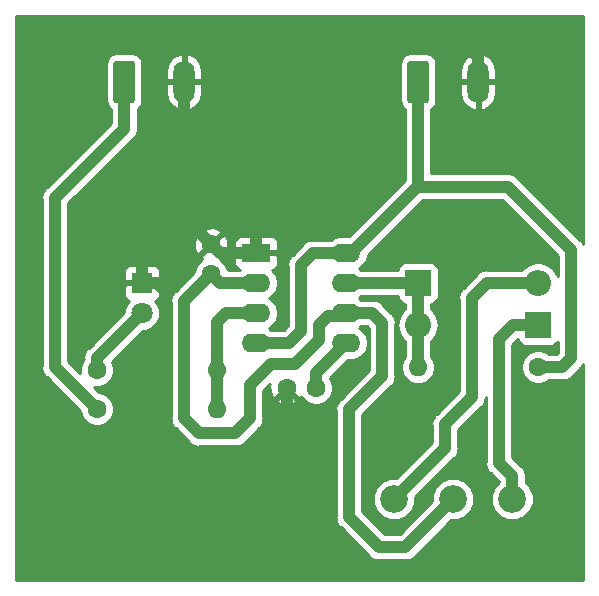
<source format=gbl>
G04 #@! TF.GenerationSoftware,KiCad,Pcbnew,5.0.2-bee76a0~70~ubuntu18.04.1*
G04 #@! TF.CreationDate,2019-02-10T17:06:00-02:00*
G04 #@! TF.ProjectId,555-gerador-PWM-r01,3535352d-6765-4726-9164-6f722d50574d,rev?*
G04 #@! TF.SameCoordinates,Original*
G04 #@! TF.FileFunction,Copper,L2,Bot*
G04 #@! TF.FilePolarity,Positive*
%FSLAX46Y46*%
G04 Gerber Fmt 4.6, Leading zero omitted, Abs format (unit mm)*
G04 Created by KiCad (PCBNEW 5.0.2-bee76a0~70~ubuntu18.04.1) date dom 10 fev 2019 17:06:00 -02*
%MOMM*%
%LPD*%
G01*
G04 APERTURE LIST*
G04 #@! TA.AperFunction,ComponentPad*
%ADD10O,1.800000X3.600000*%
G04 #@! TD*
G04 #@! TA.AperFunction,Conductor*
%ADD11C,0.100000*%
G04 #@! TD*
G04 #@! TA.AperFunction,ComponentPad*
%ADD12C,1.800000*%
G04 #@! TD*
G04 #@! TA.AperFunction,ComponentPad*
%ADD13C,2.340000*%
G04 #@! TD*
G04 #@! TA.AperFunction,ComponentPad*
%ADD14C,1.600000*%
G04 #@! TD*
G04 #@! TA.AperFunction,ComponentPad*
%ADD15O,2.200000X2.200000*%
G04 #@! TD*
G04 #@! TA.AperFunction,ComponentPad*
%ADD16R,2.200000X2.200000*%
G04 #@! TD*
G04 #@! TA.AperFunction,ComponentPad*
%ADD17R,1.800000X1.800000*%
G04 #@! TD*
G04 #@! TA.AperFunction,ComponentPad*
%ADD18R,2.400000X1.600000*%
G04 #@! TD*
G04 #@! TA.AperFunction,ComponentPad*
%ADD19O,2.400000X1.600000*%
G04 #@! TD*
G04 #@! TA.AperFunction,ComponentPad*
%ADD20O,1.600000X1.600000*%
G04 #@! TD*
G04 #@! TA.AperFunction,ViaPad*
%ADD21C,3.500000*%
G04 #@! TD*
G04 #@! TA.AperFunction,Conductor*
%ADD22C,1.000000*%
G04 #@! TD*
G04 #@! TA.AperFunction,Conductor*
%ADD23C,0.254000*%
G04 #@! TD*
G04 APERTURE END LIST*
D10*
G04 #@! TO.P,J2,2*
G04 #@! TO.N,GND*
X155956000Y-90424000D03*
D11*
G04 #@! TD*
G04 #@! TO.N,VDC*
G04 #@! TO.C,J2*
G36*
X151550504Y-88625204D02*
X151574773Y-88628804D01*
X151598571Y-88634765D01*
X151621671Y-88643030D01*
X151643849Y-88653520D01*
X151664893Y-88666133D01*
X151684598Y-88680747D01*
X151702777Y-88697223D01*
X151719253Y-88715402D01*
X151733867Y-88735107D01*
X151746480Y-88756151D01*
X151756970Y-88778329D01*
X151765235Y-88801429D01*
X151771196Y-88825227D01*
X151774796Y-88849496D01*
X151776000Y-88874000D01*
X151776000Y-91974000D01*
X151774796Y-91998504D01*
X151771196Y-92022773D01*
X151765235Y-92046571D01*
X151756970Y-92069671D01*
X151746480Y-92091849D01*
X151733867Y-92112893D01*
X151719253Y-92132598D01*
X151702777Y-92150777D01*
X151684598Y-92167253D01*
X151664893Y-92181867D01*
X151643849Y-92194480D01*
X151621671Y-92204970D01*
X151598571Y-92213235D01*
X151574773Y-92219196D01*
X151550504Y-92222796D01*
X151526000Y-92224000D01*
X150226000Y-92224000D01*
X150201496Y-92222796D01*
X150177227Y-92219196D01*
X150153429Y-92213235D01*
X150130329Y-92204970D01*
X150108151Y-92194480D01*
X150087107Y-92181867D01*
X150067402Y-92167253D01*
X150049223Y-92150777D01*
X150032747Y-92132598D01*
X150018133Y-92112893D01*
X150005520Y-92091849D01*
X149995030Y-92069671D01*
X149986765Y-92046571D01*
X149980804Y-92022773D01*
X149977204Y-91998504D01*
X149976000Y-91974000D01*
X149976000Y-88874000D01*
X149977204Y-88849496D01*
X149980804Y-88825227D01*
X149986765Y-88801429D01*
X149995030Y-88778329D01*
X150005520Y-88756151D01*
X150018133Y-88735107D01*
X150032747Y-88715402D01*
X150049223Y-88697223D01*
X150067402Y-88680747D01*
X150087107Y-88666133D01*
X150108151Y-88653520D01*
X150130329Y-88643030D01*
X150153429Y-88634765D01*
X150177227Y-88628804D01*
X150201496Y-88625204D01*
X150226000Y-88624000D01*
X151526000Y-88624000D01*
X151550504Y-88625204D01*
X151550504Y-88625204D01*
G37*
D12*
G04 #@! TO.P,J2,1*
G04 #@! TO.N,VDC*
X150876000Y-90424000D03*
G04 #@! TD*
D11*
G04 #@! TO.N,Net-(J1-Pad1)*
G04 #@! TO.C,J1*
G36*
X126658504Y-88625204D02*
X126682773Y-88628804D01*
X126706571Y-88634765D01*
X126729671Y-88643030D01*
X126751849Y-88653520D01*
X126772893Y-88666133D01*
X126792598Y-88680747D01*
X126810777Y-88697223D01*
X126827253Y-88715402D01*
X126841867Y-88735107D01*
X126854480Y-88756151D01*
X126864970Y-88778329D01*
X126873235Y-88801429D01*
X126879196Y-88825227D01*
X126882796Y-88849496D01*
X126884000Y-88874000D01*
X126884000Y-91974000D01*
X126882796Y-91998504D01*
X126879196Y-92022773D01*
X126873235Y-92046571D01*
X126864970Y-92069671D01*
X126854480Y-92091849D01*
X126841867Y-92112893D01*
X126827253Y-92132598D01*
X126810777Y-92150777D01*
X126792598Y-92167253D01*
X126772893Y-92181867D01*
X126751849Y-92194480D01*
X126729671Y-92204970D01*
X126706571Y-92213235D01*
X126682773Y-92219196D01*
X126658504Y-92222796D01*
X126634000Y-92224000D01*
X125334000Y-92224000D01*
X125309496Y-92222796D01*
X125285227Y-92219196D01*
X125261429Y-92213235D01*
X125238329Y-92204970D01*
X125216151Y-92194480D01*
X125195107Y-92181867D01*
X125175402Y-92167253D01*
X125157223Y-92150777D01*
X125140747Y-92132598D01*
X125126133Y-92112893D01*
X125113520Y-92091849D01*
X125103030Y-92069671D01*
X125094765Y-92046571D01*
X125088804Y-92022773D01*
X125085204Y-91998504D01*
X125084000Y-91974000D01*
X125084000Y-88874000D01*
X125085204Y-88849496D01*
X125088804Y-88825227D01*
X125094765Y-88801429D01*
X125103030Y-88778329D01*
X125113520Y-88756151D01*
X125126133Y-88735107D01*
X125140747Y-88715402D01*
X125157223Y-88697223D01*
X125175402Y-88680747D01*
X125195107Y-88666133D01*
X125216151Y-88653520D01*
X125238329Y-88643030D01*
X125261429Y-88634765D01*
X125285227Y-88628804D01*
X125309496Y-88625204D01*
X125334000Y-88624000D01*
X126634000Y-88624000D01*
X126658504Y-88625204D01*
X126658504Y-88625204D01*
G37*
D12*
G04 #@! TD*
G04 #@! TO.P,J1,1*
G04 #@! TO.N,Net-(J1-Pad1)*
X125984000Y-90424000D03*
D10*
G04 #@! TO.P,J1,2*
G04 #@! TO.N,GND*
X131064000Y-90424000D03*
G04 #@! TD*
D13*
G04 #@! TO.P,RV1,1*
G04 #@! TO.N,Net-(D2-Pad2)*
X148844000Y-125730000D03*
G04 #@! TO.P,RV1,2*
G04 #@! TO.N,Net-(C1-Pad1)*
X153844000Y-125730000D03*
G04 #@! TO.P,RV1,3*
G04 #@! TO.N,Net-(D1-Pad1)*
X158844000Y-125730000D03*
G04 #@! TD*
D14*
G04 #@! TO.P,C2,2*
G04 #@! TO.N,GND*
X139740000Y-116332000D03*
G04 #@! TO.P,C2,1*
G04 #@! TO.N,Net-(C2-Pad1)*
X142240000Y-116332000D03*
G04 #@! TD*
G04 #@! TO.P,C1,1*
G04 #@! TO.N,Net-(C1-Pad1)*
X133350000Y-106680000D03*
G04 #@! TO.P,C1,2*
G04 #@! TO.N,GND*
X133350000Y-104180000D03*
G04 #@! TD*
D15*
G04 #@! TO.P,D2,2*
G04 #@! TO.N,Net-(D2-Pad2)*
X161036000Y-107442000D03*
D16*
G04 #@! TO.P,D2,1*
G04 #@! TO.N,Net-(D1-Pad2)*
X150876000Y-107442000D03*
G04 #@! TD*
G04 #@! TO.P,D1,1*
G04 #@! TO.N,Net-(D1-Pad1)*
X161036000Y-110998000D03*
D15*
G04 #@! TO.P,D1,2*
G04 #@! TO.N,Net-(D1-Pad2)*
X150876000Y-110998000D03*
G04 #@! TD*
D17*
G04 #@! TO.P,D3,1*
G04 #@! TO.N,GND*
X127508000Y-107442000D03*
D12*
G04 #@! TO.P,D3,2*
G04 #@! TO.N,Net-(D3-Pad2)*
X127508000Y-109982000D03*
G04 #@! TD*
D18*
G04 #@! TO.P,U1,1*
G04 #@! TO.N,GND*
X137160000Y-104902000D03*
D19*
G04 #@! TO.P,U1,5*
G04 #@! TO.N,Net-(C2-Pad1)*
X144780000Y-112522000D03*
G04 #@! TO.P,U1,2*
G04 #@! TO.N,Net-(C1-Pad1)*
X137160000Y-107442000D03*
G04 #@! TO.P,U1,6*
X144780000Y-109982000D03*
G04 #@! TO.P,U1,3*
G04 #@! TO.N,Net-(R2-Pad2)*
X137160000Y-109982000D03*
G04 #@! TO.P,U1,7*
G04 #@! TO.N,Net-(D1-Pad2)*
X144780000Y-107442000D03*
G04 #@! TO.P,U1,4*
G04 #@! TO.N,VDC*
X137160000Y-112522000D03*
G04 #@! TO.P,U1,8*
X144780000Y-104902000D03*
G04 #@! TD*
D14*
G04 #@! TO.P,R3,1*
G04 #@! TO.N,Net-(J1-Pad1)*
X123698000Y-118110000D03*
D20*
G04 #@! TO.P,R3,2*
G04 #@! TO.N,Net-(R2-Pad2)*
X133858000Y-118110000D03*
G04 #@! TD*
G04 #@! TO.P,R2,2*
G04 #@! TO.N,Net-(R2-Pad2)*
X133858000Y-114808000D03*
D14*
G04 #@! TO.P,R2,1*
G04 #@! TO.N,Net-(D3-Pad2)*
X123698000Y-114808000D03*
G04 #@! TD*
G04 #@! TO.P,R1,1*
G04 #@! TO.N,VDC*
X161036000Y-114554000D03*
D20*
G04 #@! TO.P,R1,2*
G04 #@! TO.N,Net-(D1-Pad2)*
X150876000Y-114554000D03*
G04 #@! TD*
D21*
G04 #@! TO.N,GND*
X118872000Y-130556000D03*
X162814000Y-130556000D03*
X162814000Y-86868000D03*
X118872000Y-86868000D03*
G04 #@! TD*
D22*
G04 #@! TO.N,VDC*
X161036000Y-114554000D02*
X163068000Y-114554000D01*
X163068000Y-114554000D02*
X163830000Y-113792000D01*
X163830000Y-104648000D02*
X163830000Y-113792000D01*
X158456000Y-99274000D02*
X163830000Y-104648000D01*
X137160000Y-112522000D02*
X137560000Y-112522000D01*
X137560000Y-112522000D02*
X139954000Y-112522000D01*
X139954000Y-112522000D02*
X140970000Y-111506000D01*
X140970000Y-111506000D02*
X140970000Y-108312000D01*
X140970000Y-105918000D02*
X140970000Y-108312000D01*
X144780000Y-104902000D02*
X141986000Y-104902000D01*
X141986000Y-104902000D02*
X140970000Y-105918000D01*
X145180000Y-104902000D02*
X144780000Y-104902000D01*
X150876000Y-99206000D02*
X145180000Y-104902000D01*
X150876000Y-90424000D02*
X150876000Y-99206000D01*
X150944000Y-99274000D02*
X150876000Y-99206000D01*
X158456000Y-99274000D02*
X150944000Y-99274000D01*
G04 #@! TO.N,Net-(D1-Pad2)*
X150876000Y-107442000D02*
X144780000Y-107442000D01*
X150876000Y-114554000D02*
X150876000Y-107442000D01*
G04 #@! TO.N,Net-(R2-Pad2)*
X133858000Y-118110000D02*
X133858000Y-114808000D01*
X137160000Y-109982000D02*
X134620000Y-109982000D01*
X133858000Y-110744000D02*
X133858000Y-114808000D01*
X134620000Y-109982000D02*
X133858000Y-110744000D01*
G04 #@! TO.N,Net-(D3-Pad2)*
X123698000Y-113792000D02*
X127508000Y-109982000D01*
X123698000Y-114808000D02*
X123698000Y-113792000D01*
G04 #@! TO.N,Net-(J1-Pad1)*
X125985001Y-94370001D02*
X120142000Y-100213002D01*
X125985001Y-91870001D02*
X125985001Y-94370001D01*
X120142000Y-100213002D02*
X120142000Y-114554000D01*
X120142000Y-114554000D02*
X123698000Y-118110000D01*
G04 #@! TO.N,Net-(D1-Pad1)*
X158936000Y-110998000D02*
X157734000Y-112200000D01*
X161036000Y-110998000D02*
X158936000Y-110998000D01*
X157734000Y-112200000D02*
X157734000Y-122682000D01*
X158844000Y-123792000D02*
X158844000Y-125730000D01*
X157734000Y-122682000D02*
X158844000Y-123792000D01*
G04 #@! TO.N,Net-(C1-Pad1)*
X134112000Y-107442000D02*
X133350000Y-106680000D01*
X137160000Y-107442000D02*
X134112000Y-107442000D01*
X149780000Y-129794000D02*
X147574000Y-129794000D01*
X153844000Y-125730000D02*
X149780000Y-129794000D01*
X147574000Y-129794000D02*
X145034000Y-127254000D01*
X145034000Y-127254000D02*
X145034000Y-118110000D01*
X146980000Y-109982000D02*
X147828000Y-110830000D01*
X144780000Y-109982000D02*
X146980000Y-109982000D01*
X147828000Y-115316000D02*
X145034000Y-118110000D01*
X147828000Y-110830000D02*
X147828000Y-115316000D01*
X131064000Y-118872000D02*
X131064000Y-108966000D01*
X136652000Y-118872000D02*
X135382000Y-120142000D01*
X136652000Y-116078000D02*
X136652000Y-118872000D01*
X135382000Y-120142000D02*
X132334000Y-120142000D01*
X138430000Y-114300000D02*
X136652000Y-116078000D01*
X140462000Y-114300000D02*
X138430000Y-114300000D01*
X144780000Y-109982000D02*
X144191070Y-109982000D01*
X131064000Y-108966000D02*
X133350000Y-106680000D01*
X143937070Y-110236000D02*
X143256000Y-110236000D01*
X132334000Y-120142000D02*
X131064000Y-118872000D01*
X143256000Y-110236000D02*
X142494000Y-110998000D01*
X142494000Y-110998000D02*
X142494000Y-112268000D01*
X144191070Y-109982000D02*
X143937070Y-110236000D01*
X142494000Y-112268000D02*
X140462000Y-114300000D01*
G04 #@! TO.N,Net-(D2-Pad2)*
X155448000Y-117094000D02*
X153162000Y-119380000D01*
X153162000Y-121412000D02*
X148844000Y-125730000D01*
X153162000Y-119380000D02*
X153162000Y-121412000D01*
X161036000Y-107442000D02*
X156718000Y-107442000D01*
X155448000Y-108712000D02*
X155448000Y-117094000D01*
X156718000Y-107442000D02*
X155448000Y-108712000D01*
G04 #@! TO.N,GND*
X131065001Y-101895001D02*
X133350000Y-104180000D01*
X131065001Y-91870001D02*
X131065001Y-101895001D01*
X127508000Y-105542000D02*
X131065001Y-101984999D01*
X131065001Y-101984999D02*
X131065001Y-101895001D01*
X127508000Y-107442000D02*
X127508000Y-105542000D01*
X134072000Y-104902000D02*
X133350000Y-104180000D01*
X137160000Y-104902000D02*
X134072000Y-104902000D01*
X128778000Y-107442000D02*
X129540000Y-108204000D01*
X127508000Y-107442000D02*
X128778000Y-107442000D01*
X129540000Y-108204000D02*
X129540000Y-120904000D01*
X129540000Y-120904000D02*
X130810000Y-122174000D01*
X139740000Y-120356000D02*
X139740000Y-116332000D01*
X130810000Y-122174000D02*
X137922000Y-122174000D01*
X137922000Y-122174000D02*
X139740000Y-120356000D01*
X140208000Y-87122000D02*
X137160000Y-90170000D01*
X154775320Y-87122000D02*
X140208000Y-87122000D01*
X137160000Y-90170000D02*
X137160000Y-104902000D01*
X155956000Y-90424000D02*
X155956000Y-88302680D01*
X155956000Y-88302680D02*
X154775320Y-87122000D01*
G04 #@! TO.N,Net-(C2-Pad1)*
X142240000Y-115062000D02*
X144780000Y-112522000D01*
X142240000Y-116332000D02*
X142240000Y-115062000D01*
G04 #@! TD*
D23*
G04 #@! TO.N,GND*
G36*
X164873000Y-104166016D02*
X164818006Y-104083711D01*
X164648289Y-103829711D01*
X164553522Y-103766390D01*
X159337613Y-98550482D01*
X159274289Y-98455711D01*
X158898855Y-98204854D01*
X158567783Y-98139000D01*
X158456000Y-98116765D01*
X158344217Y-98139000D01*
X152011000Y-98139000D01*
X152011000Y-92708536D01*
X152160586Y-92608586D01*
X152355126Y-92317435D01*
X152423440Y-91974000D01*
X152423440Y-90551000D01*
X154421000Y-90551000D01*
X154421000Y-91451000D01*
X154586446Y-92028752D01*
X154960394Y-92499212D01*
X155485914Y-92790756D01*
X155591260Y-92815036D01*
X155829000Y-92694378D01*
X155829000Y-90551000D01*
X156083000Y-90551000D01*
X156083000Y-92694378D01*
X156320740Y-92815036D01*
X156426086Y-92790756D01*
X156951606Y-92499212D01*
X157325554Y-92028752D01*
X157491000Y-91451000D01*
X157491000Y-90551000D01*
X156083000Y-90551000D01*
X155829000Y-90551000D01*
X154421000Y-90551000D01*
X152423440Y-90551000D01*
X152423440Y-89397000D01*
X154421000Y-89397000D01*
X154421000Y-90297000D01*
X155829000Y-90297000D01*
X155829000Y-88153622D01*
X156083000Y-88153622D01*
X156083000Y-90297000D01*
X157491000Y-90297000D01*
X157491000Y-89397000D01*
X157325554Y-88819248D01*
X156951606Y-88348788D01*
X156426086Y-88057244D01*
X156320740Y-88032964D01*
X156083000Y-88153622D01*
X155829000Y-88153622D01*
X155591260Y-88032964D01*
X155485914Y-88057244D01*
X154960394Y-88348788D01*
X154586446Y-88819248D01*
X154421000Y-89397000D01*
X152423440Y-89397000D01*
X152423440Y-88874000D01*
X152355126Y-88530565D01*
X152160586Y-88239414D01*
X151869435Y-88044874D01*
X151526000Y-87976560D01*
X150226000Y-87976560D01*
X149882565Y-88044874D01*
X149591414Y-88239414D01*
X149396874Y-88530565D01*
X149328560Y-88874000D01*
X149328560Y-91974000D01*
X149396874Y-92317435D01*
X149591414Y-92608586D01*
X149741000Y-92708536D01*
X149741001Y-98735867D01*
X145009869Y-103467000D01*
X144238667Y-103467000D01*
X143820091Y-103550260D01*
X143495717Y-103767000D01*
X142097783Y-103767000D01*
X141986000Y-103744765D01*
X141874217Y-103767000D01*
X141543145Y-103832854D01*
X141167711Y-104083711D01*
X141104389Y-104178479D01*
X140246481Y-105036387D01*
X140151711Y-105099711D01*
X139928438Y-105433864D01*
X139900854Y-105475146D01*
X139812765Y-105918000D01*
X139835000Y-106029783D01*
X139835001Y-108200217D01*
X139835000Y-111035868D01*
X139483869Y-111387000D01*
X138444283Y-111387000D01*
X138242242Y-111252000D01*
X138594577Y-111016577D01*
X138911740Y-110541909D01*
X139023113Y-109982000D01*
X138911740Y-109422091D01*
X138594577Y-108947423D01*
X138242242Y-108712000D01*
X138594577Y-108476577D01*
X138911740Y-108001909D01*
X139023113Y-107442000D01*
X138911740Y-106882091D01*
X138594577Y-106407423D01*
X138488082Y-106336265D01*
X138719698Y-106240327D01*
X138898327Y-106061699D01*
X138995000Y-105828310D01*
X138995000Y-105187750D01*
X138836250Y-105029000D01*
X137287000Y-105029000D01*
X137287000Y-105049000D01*
X137033000Y-105049000D01*
X137033000Y-105029000D01*
X135483750Y-105029000D01*
X135325000Y-105187750D01*
X135325000Y-105828310D01*
X135421673Y-106061699D01*
X135600302Y-106240327D01*
X135761265Y-106307000D01*
X134748731Y-106307000D01*
X134566534Y-105867138D01*
X134162862Y-105463466D01*
X134097701Y-105436475D01*
X134104005Y-105433864D01*
X134178139Y-105187745D01*
X133350000Y-104359605D01*
X132521861Y-105187745D01*
X132595995Y-105433864D01*
X132602746Y-105436290D01*
X132537138Y-105463466D01*
X132133466Y-105867138D01*
X131915000Y-106394561D01*
X131915000Y-106509868D01*
X130340480Y-108084389D01*
X130245712Y-108147711D01*
X130061247Y-108423783D01*
X129994854Y-108523146D01*
X129906765Y-108966000D01*
X129929001Y-109077788D01*
X129929000Y-118760217D01*
X129906765Y-118872000D01*
X129933618Y-119007000D01*
X129994854Y-119314854D01*
X130245711Y-119690289D01*
X130340482Y-119753613D01*
X131452389Y-120865521D01*
X131515711Y-120960289D01*
X131891145Y-121211146D01*
X132333999Y-121299235D01*
X132445782Y-121277000D01*
X135270217Y-121277000D01*
X135382000Y-121299235D01*
X135493783Y-121277000D01*
X135824855Y-121211146D01*
X136200289Y-120960289D01*
X136263613Y-120865518D01*
X137375521Y-119753611D01*
X137470289Y-119690289D01*
X137721146Y-119314855D01*
X137787000Y-118983783D01*
X137787000Y-118983782D01*
X137809235Y-118872001D01*
X137787000Y-118760218D01*
X137787000Y-117339745D01*
X138911861Y-117339745D01*
X138985995Y-117585864D01*
X139523223Y-117778965D01*
X140093454Y-117751778D01*
X140494005Y-117585864D01*
X140568139Y-117339745D01*
X139740000Y-116511605D01*
X138911861Y-117339745D01*
X137787000Y-117339745D01*
X137787000Y-116548131D01*
X138334069Y-116001063D01*
X138293035Y-116115223D01*
X138320222Y-116685454D01*
X138486136Y-117086005D01*
X138732255Y-117160139D01*
X139560395Y-116332000D01*
X139546252Y-116317858D01*
X139725858Y-116138252D01*
X139740000Y-116152395D01*
X139754142Y-116138252D01*
X139933748Y-116317858D01*
X139919605Y-116332000D01*
X140747745Y-117160139D01*
X140993864Y-117086005D01*
X140996290Y-117079254D01*
X141023466Y-117144862D01*
X141427138Y-117548534D01*
X141954561Y-117767000D01*
X142525439Y-117767000D01*
X143052862Y-117548534D01*
X143456534Y-117144862D01*
X143675000Y-116617439D01*
X143675000Y-116046561D01*
X143456534Y-115519138D01*
X143422264Y-115484868D01*
X144950132Y-113957000D01*
X145321333Y-113957000D01*
X145739909Y-113873740D01*
X146214577Y-113556577D01*
X146531740Y-113081909D01*
X146643113Y-112522000D01*
X146531740Y-111962091D01*
X146214577Y-111487423D01*
X145862242Y-111252000D01*
X146064283Y-111117000D01*
X146509869Y-111117000D01*
X146693000Y-111300132D01*
X146693001Y-114845867D01*
X144310480Y-117228389D01*
X144215712Y-117291711D01*
X144142590Y-117401146D01*
X143964854Y-117667146D01*
X143876765Y-118110000D01*
X143899001Y-118221788D01*
X143899000Y-127142217D01*
X143876765Y-127254000D01*
X143899000Y-127365782D01*
X143964854Y-127696854D01*
X144215711Y-128072289D01*
X144310482Y-128135613D01*
X146692389Y-130517521D01*
X146755711Y-130612289D01*
X147131145Y-130863146D01*
X147462217Y-130929000D01*
X147573999Y-130951235D01*
X147685781Y-130929000D01*
X149668217Y-130929000D01*
X149780000Y-130951235D01*
X149891783Y-130929000D01*
X150222855Y-130863146D01*
X150598289Y-130612289D01*
X150661613Y-130517518D01*
X153644132Y-127535000D01*
X154203037Y-127535000D01*
X154866450Y-127260205D01*
X155374205Y-126752450D01*
X155649000Y-126089037D01*
X155649000Y-125370963D01*
X155374205Y-124707550D01*
X154866450Y-124199795D01*
X154203037Y-123925000D01*
X153484963Y-123925000D01*
X152821550Y-124199795D01*
X152313795Y-124707550D01*
X152039000Y-125370963D01*
X152039000Y-125929868D01*
X149309869Y-128659000D01*
X148044132Y-128659000D01*
X146169000Y-126783869D01*
X146169000Y-118580131D01*
X148551521Y-116197611D01*
X148646289Y-116134289D01*
X148897146Y-115758855D01*
X148961444Y-115435608D01*
X148985235Y-115316000D01*
X148963000Y-115204217D01*
X148963000Y-110941782D01*
X148985235Y-110829999D01*
X148897146Y-110387145D01*
X148839683Y-110301146D01*
X148646289Y-110011711D01*
X148551521Y-109948389D01*
X147861613Y-109258481D01*
X147798289Y-109163711D01*
X147422855Y-108912854D01*
X147091783Y-108847000D01*
X146980000Y-108824765D01*
X146868217Y-108847000D01*
X146064283Y-108847000D01*
X145862242Y-108712000D01*
X146064283Y-108577000D01*
X149135522Y-108577000D01*
X149177843Y-108789765D01*
X149318191Y-108999809D01*
X149528235Y-109140157D01*
X149741001Y-109182478D01*
X149741001Y-109669716D01*
X149625135Y-109747135D01*
X149241666Y-110321037D01*
X149107010Y-110998000D01*
X149241666Y-111674963D01*
X149625135Y-112248865D01*
X149741000Y-112326284D01*
X149741000Y-113669716D01*
X149524260Y-113994091D01*
X149412887Y-114554000D01*
X149524260Y-115113909D01*
X149841423Y-115588577D01*
X150316091Y-115905740D01*
X150734667Y-115989000D01*
X151017333Y-115989000D01*
X151435909Y-115905740D01*
X151910577Y-115588577D01*
X152227740Y-115113909D01*
X152339113Y-114554000D01*
X152227740Y-113994091D01*
X152011000Y-113669717D01*
X152011000Y-112326284D01*
X152126865Y-112248865D01*
X152510334Y-111674963D01*
X152644990Y-110998000D01*
X152510334Y-110321037D01*
X152126865Y-109747135D01*
X152011000Y-109669716D01*
X152011000Y-109182478D01*
X152223765Y-109140157D01*
X152433809Y-108999809D01*
X152574157Y-108789765D01*
X152623440Y-108542000D01*
X152623440Y-106342000D01*
X152574157Y-106094235D01*
X152433809Y-105884191D01*
X152223765Y-105743843D01*
X151976000Y-105694560D01*
X149776000Y-105694560D01*
X149528235Y-105743843D01*
X149318191Y-105884191D01*
X149177843Y-106094235D01*
X149135522Y-106307000D01*
X146064283Y-106307000D01*
X145862242Y-106172000D01*
X146214577Y-105936577D01*
X146531740Y-105461909D01*
X146607849Y-105079282D01*
X151278132Y-100409000D01*
X157985869Y-100409000D01*
X162695000Y-105118132D01*
X162695000Y-106889043D01*
X162670334Y-106765037D01*
X162286865Y-106191135D01*
X161712963Y-105807666D01*
X161206880Y-105707000D01*
X160865120Y-105707000D01*
X160359037Y-105807666D01*
X159785135Y-106191135D01*
X159707716Y-106307000D01*
X156829782Y-106307000D01*
X156717999Y-106284765D01*
X156455396Y-106337000D01*
X156275145Y-106372854D01*
X155899711Y-106623711D01*
X155836389Y-106718479D01*
X154724482Y-107830387D01*
X154629711Y-107893711D01*
X154448092Y-108165524D01*
X154378854Y-108269146D01*
X154290765Y-108712000D01*
X154313000Y-108823783D01*
X154313001Y-116623867D01*
X152438482Y-118498387D01*
X152343711Y-118561711D01*
X152102398Y-118922862D01*
X152092854Y-118937146D01*
X152004765Y-119380000D01*
X152027000Y-119491784D01*
X152027001Y-120941867D01*
X149043869Y-123925000D01*
X148484963Y-123925000D01*
X147821550Y-124199795D01*
X147313795Y-124707550D01*
X147039000Y-125370963D01*
X147039000Y-126089037D01*
X147313795Y-126752450D01*
X147821550Y-127260205D01*
X148484963Y-127535000D01*
X149203037Y-127535000D01*
X149866450Y-127260205D01*
X150374205Y-126752450D01*
X150649000Y-126089037D01*
X150649000Y-125530131D01*
X153885521Y-122293611D01*
X153980289Y-122230289D01*
X154231146Y-121854855D01*
X154297000Y-121523783D01*
X154319235Y-121412001D01*
X154297000Y-121300218D01*
X154297000Y-119850131D01*
X156171521Y-117975611D01*
X156266289Y-117912289D01*
X156517146Y-117536855D01*
X156547058Y-117386476D01*
X156599000Y-117125344D01*
X156599001Y-122570212D01*
X156576765Y-122682000D01*
X156664854Y-123124854D01*
X156664855Y-123124855D01*
X156915712Y-123500289D01*
X157010479Y-123563611D01*
X157709000Y-124262132D01*
X157709000Y-124312345D01*
X157313795Y-124707550D01*
X157039000Y-125370963D01*
X157039000Y-126089037D01*
X157313795Y-126752450D01*
X157821550Y-127260205D01*
X158484963Y-127535000D01*
X159203037Y-127535000D01*
X159866450Y-127260205D01*
X160374205Y-126752450D01*
X160649000Y-126089037D01*
X160649000Y-125370963D01*
X160374205Y-124707550D01*
X159979000Y-124312345D01*
X159979000Y-123903782D01*
X160001235Y-123791999D01*
X159913146Y-123349145D01*
X159662289Y-122973711D01*
X159567521Y-122910389D01*
X158869000Y-122211869D01*
X158869000Y-112670131D01*
X159313873Y-112225259D01*
X159337843Y-112345765D01*
X159478191Y-112555809D01*
X159688235Y-112696157D01*
X159936000Y-112745440D01*
X162136000Y-112745440D01*
X162383765Y-112696157D01*
X162593809Y-112555809D01*
X162695001Y-112404366D01*
X162695001Y-113321868D01*
X162597869Y-113419000D01*
X161930396Y-113419000D01*
X161848862Y-113337466D01*
X161321439Y-113119000D01*
X160750561Y-113119000D01*
X160223138Y-113337466D01*
X159819466Y-113741138D01*
X159601000Y-114268561D01*
X159601000Y-114839439D01*
X159819466Y-115366862D01*
X160223138Y-115770534D01*
X160750561Y-115989000D01*
X161321439Y-115989000D01*
X161848862Y-115770534D01*
X161930396Y-115689000D01*
X162956217Y-115689000D01*
X163068000Y-115711235D01*
X163179783Y-115689000D01*
X163510855Y-115623146D01*
X163886289Y-115372289D01*
X163949613Y-115277519D01*
X164553521Y-114673611D01*
X164648289Y-114610289D01*
X164873001Y-114273984D01*
X164873001Y-132615000D01*
X116813000Y-132615000D01*
X116813000Y-100213002D01*
X118984765Y-100213002D01*
X119007000Y-100324785D01*
X119007001Y-114442212D01*
X118984765Y-114554000D01*
X119072854Y-114996854D01*
X119127165Y-115078136D01*
X119323712Y-115372289D01*
X119418480Y-115435611D01*
X122263000Y-118280132D01*
X122263000Y-118395439D01*
X122481466Y-118922862D01*
X122885138Y-119326534D01*
X123412561Y-119545000D01*
X123983439Y-119545000D01*
X124510862Y-119326534D01*
X124914534Y-118922862D01*
X125133000Y-118395439D01*
X125133000Y-117824561D01*
X124914534Y-117297138D01*
X124510862Y-116893466D01*
X123983439Y-116675000D01*
X123868132Y-116675000D01*
X123436132Y-116243000D01*
X123983439Y-116243000D01*
X124510862Y-116024534D01*
X124914534Y-115620862D01*
X125133000Y-115093439D01*
X125133000Y-114522561D01*
X124968854Y-114126277D01*
X127578132Y-111517000D01*
X127813330Y-111517000D01*
X128377507Y-111283310D01*
X128809310Y-110851507D01*
X129043000Y-110287330D01*
X129043000Y-109676670D01*
X128809310Y-109112493D01*
X128632956Y-108936139D01*
X128767699Y-108880327D01*
X128946327Y-108701698D01*
X129043000Y-108468309D01*
X129043000Y-107727750D01*
X128884250Y-107569000D01*
X127635000Y-107569000D01*
X127635000Y-107589000D01*
X127381000Y-107589000D01*
X127381000Y-107569000D01*
X126131750Y-107569000D01*
X125973000Y-107727750D01*
X125973000Y-108468309D01*
X126069673Y-108701698D01*
X126248301Y-108880327D01*
X126383044Y-108936139D01*
X126206690Y-109112493D01*
X125973000Y-109676670D01*
X125973000Y-109911868D01*
X122974480Y-112910389D01*
X122879712Y-112973711D01*
X122628854Y-113349145D01*
X122628854Y-113349146D01*
X122540765Y-113792000D01*
X122563000Y-113903783D01*
X122563000Y-113913604D01*
X122481466Y-113995138D01*
X122263000Y-114522561D01*
X122263000Y-115069869D01*
X121277000Y-114083869D01*
X121277000Y-106415691D01*
X125973000Y-106415691D01*
X125973000Y-107156250D01*
X126131750Y-107315000D01*
X127381000Y-107315000D01*
X127381000Y-106065750D01*
X127635000Y-106065750D01*
X127635000Y-107315000D01*
X128884250Y-107315000D01*
X129043000Y-107156250D01*
X129043000Y-106415691D01*
X128946327Y-106182302D01*
X128767699Y-106003673D01*
X128534310Y-105907000D01*
X127793750Y-105907000D01*
X127635000Y-106065750D01*
X127381000Y-106065750D01*
X127222250Y-105907000D01*
X126481690Y-105907000D01*
X126248301Y-106003673D01*
X126069673Y-106182302D01*
X125973000Y-106415691D01*
X121277000Y-106415691D01*
X121277000Y-103963223D01*
X131903035Y-103963223D01*
X131930222Y-104533454D01*
X132096136Y-104934005D01*
X132342255Y-105008139D01*
X133170395Y-104180000D01*
X133529605Y-104180000D01*
X134357745Y-105008139D01*
X134603864Y-104934005D01*
X134796965Y-104396777D01*
X134776889Y-103975690D01*
X135325000Y-103975690D01*
X135325000Y-104616250D01*
X135483750Y-104775000D01*
X137033000Y-104775000D01*
X137033000Y-103625750D01*
X137287000Y-103625750D01*
X137287000Y-104775000D01*
X138836250Y-104775000D01*
X138995000Y-104616250D01*
X138995000Y-103975690D01*
X138898327Y-103742301D01*
X138719698Y-103563673D01*
X138486309Y-103467000D01*
X137445750Y-103467000D01*
X137287000Y-103625750D01*
X137033000Y-103625750D01*
X136874250Y-103467000D01*
X135833691Y-103467000D01*
X135600302Y-103563673D01*
X135421673Y-103742301D01*
X135325000Y-103975690D01*
X134776889Y-103975690D01*
X134769778Y-103826546D01*
X134603864Y-103425995D01*
X134357745Y-103351861D01*
X133529605Y-104180000D01*
X133170395Y-104180000D01*
X132342255Y-103351861D01*
X132096136Y-103425995D01*
X131903035Y-103963223D01*
X121277000Y-103963223D01*
X121277000Y-103172255D01*
X132521861Y-103172255D01*
X133350000Y-104000395D01*
X134178139Y-103172255D01*
X134104005Y-102926136D01*
X133566777Y-102733035D01*
X132996546Y-102760222D01*
X132595995Y-102926136D01*
X132521861Y-103172255D01*
X121277000Y-103172255D01*
X121277000Y-100683133D01*
X126708522Y-95251612D01*
X126803290Y-95188290D01*
X127054147Y-94812856D01*
X127120001Y-94481784D01*
X127142236Y-94370002D01*
X127120001Y-94258220D01*
X127120001Y-92707867D01*
X127268586Y-92608586D01*
X127463126Y-92317435D01*
X127531440Y-91974000D01*
X127531440Y-90551000D01*
X129529000Y-90551000D01*
X129529000Y-91451000D01*
X129694446Y-92028752D01*
X130068394Y-92499212D01*
X130593914Y-92790756D01*
X130699260Y-92815036D01*
X130937000Y-92694378D01*
X130937000Y-90551000D01*
X131191000Y-90551000D01*
X131191000Y-92694378D01*
X131428740Y-92815036D01*
X131534086Y-92790756D01*
X132059606Y-92499212D01*
X132433554Y-92028752D01*
X132599000Y-91451000D01*
X132599000Y-90551000D01*
X131191000Y-90551000D01*
X130937000Y-90551000D01*
X129529000Y-90551000D01*
X127531440Y-90551000D01*
X127531440Y-89397000D01*
X129529000Y-89397000D01*
X129529000Y-90297000D01*
X130937000Y-90297000D01*
X130937000Y-88153622D01*
X131191000Y-88153622D01*
X131191000Y-90297000D01*
X132599000Y-90297000D01*
X132599000Y-89397000D01*
X132433554Y-88819248D01*
X132059606Y-88348788D01*
X131534086Y-88057244D01*
X131428740Y-88032964D01*
X131191000Y-88153622D01*
X130937000Y-88153622D01*
X130699260Y-88032964D01*
X130593914Y-88057244D01*
X130068394Y-88348788D01*
X129694446Y-88819248D01*
X129529000Y-89397000D01*
X127531440Y-89397000D01*
X127531440Y-88874000D01*
X127463126Y-88530565D01*
X127268586Y-88239414D01*
X126977435Y-88044874D01*
X126634000Y-87976560D01*
X125334000Y-87976560D01*
X124990565Y-88044874D01*
X124699414Y-88239414D01*
X124504874Y-88530565D01*
X124436560Y-88874000D01*
X124436560Y-91974000D01*
X124504874Y-92317435D01*
X124699414Y-92608586D01*
X124850001Y-92709205D01*
X124850002Y-93899868D01*
X119418482Y-99331389D01*
X119323711Y-99394713D01*
X119108464Y-99716854D01*
X119072854Y-99770148D01*
X118984765Y-100213002D01*
X116813000Y-100213002D01*
X116813000Y-84809000D01*
X164873000Y-84809000D01*
X164873000Y-104166016D01*
X164873000Y-104166016D01*
G37*
X164873000Y-104166016D02*
X164818006Y-104083711D01*
X164648289Y-103829711D01*
X164553522Y-103766390D01*
X159337613Y-98550482D01*
X159274289Y-98455711D01*
X158898855Y-98204854D01*
X158567783Y-98139000D01*
X158456000Y-98116765D01*
X158344217Y-98139000D01*
X152011000Y-98139000D01*
X152011000Y-92708536D01*
X152160586Y-92608586D01*
X152355126Y-92317435D01*
X152423440Y-91974000D01*
X152423440Y-90551000D01*
X154421000Y-90551000D01*
X154421000Y-91451000D01*
X154586446Y-92028752D01*
X154960394Y-92499212D01*
X155485914Y-92790756D01*
X155591260Y-92815036D01*
X155829000Y-92694378D01*
X155829000Y-90551000D01*
X156083000Y-90551000D01*
X156083000Y-92694378D01*
X156320740Y-92815036D01*
X156426086Y-92790756D01*
X156951606Y-92499212D01*
X157325554Y-92028752D01*
X157491000Y-91451000D01*
X157491000Y-90551000D01*
X156083000Y-90551000D01*
X155829000Y-90551000D01*
X154421000Y-90551000D01*
X152423440Y-90551000D01*
X152423440Y-89397000D01*
X154421000Y-89397000D01*
X154421000Y-90297000D01*
X155829000Y-90297000D01*
X155829000Y-88153622D01*
X156083000Y-88153622D01*
X156083000Y-90297000D01*
X157491000Y-90297000D01*
X157491000Y-89397000D01*
X157325554Y-88819248D01*
X156951606Y-88348788D01*
X156426086Y-88057244D01*
X156320740Y-88032964D01*
X156083000Y-88153622D01*
X155829000Y-88153622D01*
X155591260Y-88032964D01*
X155485914Y-88057244D01*
X154960394Y-88348788D01*
X154586446Y-88819248D01*
X154421000Y-89397000D01*
X152423440Y-89397000D01*
X152423440Y-88874000D01*
X152355126Y-88530565D01*
X152160586Y-88239414D01*
X151869435Y-88044874D01*
X151526000Y-87976560D01*
X150226000Y-87976560D01*
X149882565Y-88044874D01*
X149591414Y-88239414D01*
X149396874Y-88530565D01*
X149328560Y-88874000D01*
X149328560Y-91974000D01*
X149396874Y-92317435D01*
X149591414Y-92608586D01*
X149741000Y-92708536D01*
X149741001Y-98735867D01*
X145009869Y-103467000D01*
X144238667Y-103467000D01*
X143820091Y-103550260D01*
X143495717Y-103767000D01*
X142097783Y-103767000D01*
X141986000Y-103744765D01*
X141874217Y-103767000D01*
X141543145Y-103832854D01*
X141167711Y-104083711D01*
X141104389Y-104178479D01*
X140246481Y-105036387D01*
X140151711Y-105099711D01*
X139928438Y-105433864D01*
X139900854Y-105475146D01*
X139812765Y-105918000D01*
X139835000Y-106029783D01*
X139835001Y-108200217D01*
X139835000Y-111035868D01*
X139483869Y-111387000D01*
X138444283Y-111387000D01*
X138242242Y-111252000D01*
X138594577Y-111016577D01*
X138911740Y-110541909D01*
X139023113Y-109982000D01*
X138911740Y-109422091D01*
X138594577Y-108947423D01*
X138242242Y-108712000D01*
X138594577Y-108476577D01*
X138911740Y-108001909D01*
X139023113Y-107442000D01*
X138911740Y-106882091D01*
X138594577Y-106407423D01*
X138488082Y-106336265D01*
X138719698Y-106240327D01*
X138898327Y-106061699D01*
X138995000Y-105828310D01*
X138995000Y-105187750D01*
X138836250Y-105029000D01*
X137287000Y-105029000D01*
X137287000Y-105049000D01*
X137033000Y-105049000D01*
X137033000Y-105029000D01*
X135483750Y-105029000D01*
X135325000Y-105187750D01*
X135325000Y-105828310D01*
X135421673Y-106061699D01*
X135600302Y-106240327D01*
X135761265Y-106307000D01*
X134748731Y-106307000D01*
X134566534Y-105867138D01*
X134162862Y-105463466D01*
X134097701Y-105436475D01*
X134104005Y-105433864D01*
X134178139Y-105187745D01*
X133350000Y-104359605D01*
X132521861Y-105187745D01*
X132595995Y-105433864D01*
X132602746Y-105436290D01*
X132537138Y-105463466D01*
X132133466Y-105867138D01*
X131915000Y-106394561D01*
X131915000Y-106509868D01*
X130340480Y-108084389D01*
X130245712Y-108147711D01*
X130061247Y-108423783D01*
X129994854Y-108523146D01*
X129906765Y-108966000D01*
X129929001Y-109077788D01*
X129929000Y-118760217D01*
X129906765Y-118872000D01*
X129933618Y-119007000D01*
X129994854Y-119314854D01*
X130245711Y-119690289D01*
X130340482Y-119753613D01*
X131452389Y-120865521D01*
X131515711Y-120960289D01*
X131891145Y-121211146D01*
X132333999Y-121299235D01*
X132445782Y-121277000D01*
X135270217Y-121277000D01*
X135382000Y-121299235D01*
X135493783Y-121277000D01*
X135824855Y-121211146D01*
X136200289Y-120960289D01*
X136263613Y-120865518D01*
X137375521Y-119753611D01*
X137470289Y-119690289D01*
X137721146Y-119314855D01*
X137787000Y-118983783D01*
X137787000Y-118983782D01*
X137809235Y-118872001D01*
X137787000Y-118760218D01*
X137787000Y-117339745D01*
X138911861Y-117339745D01*
X138985995Y-117585864D01*
X139523223Y-117778965D01*
X140093454Y-117751778D01*
X140494005Y-117585864D01*
X140568139Y-117339745D01*
X139740000Y-116511605D01*
X138911861Y-117339745D01*
X137787000Y-117339745D01*
X137787000Y-116548131D01*
X138334069Y-116001063D01*
X138293035Y-116115223D01*
X138320222Y-116685454D01*
X138486136Y-117086005D01*
X138732255Y-117160139D01*
X139560395Y-116332000D01*
X139546252Y-116317858D01*
X139725858Y-116138252D01*
X139740000Y-116152395D01*
X139754142Y-116138252D01*
X139933748Y-116317858D01*
X139919605Y-116332000D01*
X140747745Y-117160139D01*
X140993864Y-117086005D01*
X140996290Y-117079254D01*
X141023466Y-117144862D01*
X141427138Y-117548534D01*
X141954561Y-117767000D01*
X142525439Y-117767000D01*
X143052862Y-117548534D01*
X143456534Y-117144862D01*
X143675000Y-116617439D01*
X143675000Y-116046561D01*
X143456534Y-115519138D01*
X143422264Y-115484868D01*
X144950132Y-113957000D01*
X145321333Y-113957000D01*
X145739909Y-113873740D01*
X146214577Y-113556577D01*
X146531740Y-113081909D01*
X146643113Y-112522000D01*
X146531740Y-111962091D01*
X146214577Y-111487423D01*
X145862242Y-111252000D01*
X146064283Y-111117000D01*
X146509869Y-111117000D01*
X146693000Y-111300132D01*
X146693001Y-114845867D01*
X144310480Y-117228389D01*
X144215712Y-117291711D01*
X144142590Y-117401146D01*
X143964854Y-117667146D01*
X143876765Y-118110000D01*
X143899001Y-118221788D01*
X143899000Y-127142217D01*
X143876765Y-127254000D01*
X143899000Y-127365782D01*
X143964854Y-127696854D01*
X144215711Y-128072289D01*
X144310482Y-128135613D01*
X146692389Y-130517521D01*
X146755711Y-130612289D01*
X147131145Y-130863146D01*
X147462217Y-130929000D01*
X147573999Y-130951235D01*
X147685781Y-130929000D01*
X149668217Y-130929000D01*
X149780000Y-130951235D01*
X149891783Y-130929000D01*
X150222855Y-130863146D01*
X150598289Y-130612289D01*
X150661613Y-130517518D01*
X153644132Y-127535000D01*
X154203037Y-127535000D01*
X154866450Y-127260205D01*
X155374205Y-126752450D01*
X155649000Y-126089037D01*
X155649000Y-125370963D01*
X155374205Y-124707550D01*
X154866450Y-124199795D01*
X154203037Y-123925000D01*
X153484963Y-123925000D01*
X152821550Y-124199795D01*
X152313795Y-124707550D01*
X152039000Y-125370963D01*
X152039000Y-125929868D01*
X149309869Y-128659000D01*
X148044132Y-128659000D01*
X146169000Y-126783869D01*
X146169000Y-118580131D01*
X148551521Y-116197611D01*
X148646289Y-116134289D01*
X148897146Y-115758855D01*
X148961444Y-115435608D01*
X148985235Y-115316000D01*
X148963000Y-115204217D01*
X148963000Y-110941782D01*
X148985235Y-110829999D01*
X148897146Y-110387145D01*
X148839683Y-110301146D01*
X148646289Y-110011711D01*
X148551521Y-109948389D01*
X147861613Y-109258481D01*
X147798289Y-109163711D01*
X147422855Y-108912854D01*
X147091783Y-108847000D01*
X146980000Y-108824765D01*
X146868217Y-108847000D01*
X146064283Y-108847000D01*
X145862242Y-108712000D01*
X146064283Y-108577000D01*
X149135522Y-108577000D01*
X149177843Y-108789765D01*
X149318191Y-108999809D01*
X149528235Y-109140157D01*
X149741001Y-109182478D01*
X149741001Y-109669716D01*
X149625135Y-109747135D01*
X149241666Y-110321037D01*
X149107010Y-110998000D01*
X149241666Y-111674963D01*
X149625135Y-112248865D01*
X149741000Y-112326284D01*
X149741000Y-113669716D01*
X149524260Y-113994091D01*
X149412887Y-114554000D01*
X149524260Y-115113909D01*
X149841423Y-115588577D01*
X150316091Y-115905740D01*
X150734667Y-115989000D01*
X151017333Y-115989000D01*
X151435909Y-115905740D01*
X151910577Y-115588577D01*
X152227740Y-115113909D01*
X152339113Y-114554000D01*
X152227740Y-113994091D01*
X152011000Y-113669717D01*
X152011000Y-112326284D01*
X152126865Y-112248865D01*
X152510334Y-111674963D01*
X152644990Y-110998000D01*
X152510334Y-110321037D01*
X152126865Y-109747135D01*
X152011000Y-109669716D01*
X152011000Y-109182478D01*
X152223765Y-109140157D01*
X152433809Y-108999809D01*
X152574157Y-108789765D01*
X152623440Y-108542000D01*
X152623440Y-106342000D01*
X152574157Y-106094235D01*
X152433809Y-105884191D01*
X152223765Y-105743843D01*
X151976000Y-105694560D01*
X149776000Y-105694560D01*
X149528235Y-105743843D01*
X149318191Y-105884191D01*
X149177843Y-106094235D01*
X149135522Y-106307000D01*
X146064283Y-106307000D01*
X145862242Y-106172000D01*
X146214577Y-105936577D01*
X146531740Y-105461909D01*
X146607849Y-105079282D01*
X151278132Y-100409000D01*
X157985869Y-100409000D01*
X162695000Y-105118132D01*
X162695000Y-106889043D01*
X162670334Y-106765037D01*
X162286865Y-106191135D01*
X161712963Y-105807666D01*
X161206880Y-105707000D01*
X160865120Y-105707000D01*
X160359037Y-105807666D01*
X159785135Y-106191135D01*
X159707716Y-106307000D01*
X156829782Y-106307000D01*
X156717999Y-106284765D01*
X156455396Y-106337000D01*
X156275145Y-106372854D01*
X155899711Y-106623711D01*
X155836389Y-106718479D01*
X154724482Y-107830387D01*
X154629711Y-107893711D01*
X154448092Y-108165524D01*
X154378854Y-108269146D01*
X154290765Y-108712000D01*
X154313000Y-108823783D01*
X154313001Y-116623867D01*
X152438482Y-118498387D01*
X152343711Y-118561711D01*
X152102398Y-118922862D01*
X152092854Y-118937146D01*
X152004765Y-119380000D01*
X152027000Y-119491784D01*
X152027001Y-120941867D01*
X149043869Y-123925000D01*
X148484963Y-123925000D01*
X147821550Y-124199795D01*
X147313795Y-124707550D01*
X147039000Y-125370963D01*
X147039000Y-126089037D01*
X147313795Y-126752450D01*
X147821550Y-127260205D01*
X148484963Y-127535000D01*
X149203037Y-127535000D01*
X149866450Y-127260205D01*
X150374205Y-126752450D01*
X150649000Y-126089037D01*
X150649000Y-125530131D01*
X153885521Y-122293611D01*
X153980289Y-122230289D01*
X154231146Y-121854855D01*
X154297000Y-121523783D01*
X154319235Y-121412001D01*
X154297000Y-121300218D01*
X154297000Y-119850131D01*
X156171521Y-117975611D01*
X156266289Y-117912289D01*
X156517146Y-117536855D01*
X156547058Y-117386476D01*
X156599000Y-117125344D01*
X156599001Y-122570212D01*
X156576765Y-122682000D01*
X156664854Y-123124854D01*
X156664855Y-123124855D01*
X156915712Y-123500289D01*
X157010479Y-123563611D01*
X157709000Y-124262132D01*
X157709000Y-124312345D01*
X157313795Y-124707550D01*
X157039000Y-125370963D01*
X157039000Y-126089037D01*
X157313795Y-126752450D01*
X157821550Y-127260205D01*
X158484963Y-127535000D01*
X159203037Y-127535000D01*
X159866450Y-127260205D01*
X160374205Y-126752450D01*
X160649000Y-126089037D01*
X160649000Y-125370963D01*
X160374205Y-124707550D01*
X159979000Y-124312345D01*
X159979000Y-123903782D01*
X160001235Y-123791999D01*
X159913146Y-123349145D01*
X159662289Y-122973711D01*
X159567521Y-122910389D01*
X158869000Y-122211869D01*
X158869000Y-112670131D01*
X159313873Y-112225259D01*
X159337843Y-112345765D01*
X159478191Y-112555809D01*
X159688235Y-112696157D01*
X159936000Y-112745440D01*
X162136000Y-112745440D01*
X162383765Y-112696157D01*
X162593809Y-112555809D01*
X162695001Y-112404366D01*
X162695001Y-113321868D01*
X162597869Y-113419000D01*
X161930396Y-113419000D01*
X161848862Y-113337466D01*
X161321439Y-113119000D01*
X160750561Y-113119000D01*
X160223138Y-113337466D01*
X159819466Y-113741138D01*
X159601000Y-114268561D01*
X159601000Y-114839439D01*
X159819466Y-115366862D01*
X160223138Y-115770534D01*
X160750561Y-115989000D01*
X161321439Y-115989000D01*
X161848862Y-115770534D01*
X161930396Y-115689000D01*
X162956217Y-115689000D01*
X163068000Y-115711235D01*
X163179783Y-115689000D01*
X163510855Y-115623146D01*
X163886289Y-115372289D01*
X163949613Y-115277519D01*
X164553521Y-114673611D01*
X164648289Y-114610289D01*
X164873001Y-114273984D01*
X164873001Y-132615000D01*
X116813000Y-132615000D01*
X116813000Y-100213002D01*
X118984765Y-100213002D01*
X119007000Y-100324785D01*
X119007001Y-114442212D01*
X118984765Y-114554000D01*
X119072854Y-114996854D01*
X119127165Y-115078136D01*
X119323712Y-115372289D01*
X119418480Y-115435611D01*
X122263000Y-118280132D01*
X122263000Y-118395439D01*
X122481466Y-118922862D01*
X122885138Y-119326534D01*
X123412561Y-119545000D01*
X123983439Y-119545000D01*
X124510862Y-119326534D01*
X124914534Y-118922862D01*
X125133000Y-118395439D01*
X125133000Y-117824561D01*
X124914534Y-117297138D01*
X124510862Y-116893466D01*
X123983439Y-116675000D01*
X123868132Y-116675000D01*
X123436132Y-116243000D01*
X123983439Y-116243000D01*
X124510862Y-116024534D01*
X124914534Y-115620862D01*
X125133000Y-115093439D01*
X125133000Y-114522561D01*
X124968854Y-114126277D01*
X127578132Y-111517000D01*
X127813330Y-111517000D01*
X128377507Y-111283310D01*
X128809310Y-110851507D01*
X129043000Y-110287330D01*
X129043000Y-109676670D01*
X128809310Y-109112493D01*
X128632956Y-108936139D01*
X128767699Y-108880327D01*
X128946327Y-108701698D01*
X129043000Y-108468309D01*
X129043000Y-107727750D01*
X128884250Y-107569000D01*
X127635000Y-107569000D01*
X127635000Y-107589000D01*
X127381000Y-107589000D01*
X127381000Y-107569000D01*
X126131750Y-107569000D01*
X125973000Y-107727750D01*
X125973000Y-108468309D01*
X126069673Y-108701698D01*
X126248301Y-108880327D01*
X126383044Y-108936139D01*
X126206690Y-109112493D01*
X125973000Y-109676670D01*
X125973000Y-109911868D01*
X122974480Y-112910389D01*
X122879712Y-112973711D01*
X122628854Y-113349145D01*
X122628854Y-113349146D01*
X122540765Y-113792000D01*
X122563000Y-113903783D01*
X122563000Y-113913604D01*
X122481466Y-113995138D01*
X122263000Y-114522561D01*
X122263000Y-115069869D01*
X121277000Y-114083869D01*
X121277000Y-106415691D01*
X125973000Y-106415691D01*
X125973000Y-107156250D01*
X126131750Y-107315000D01*
X127381000Y-107315000D01*
X127381000Y-106065750D01*
X127635000Y-106065750D01*
X127635000Y-107315000D01*
X128884250Y-107315000D01*
X129043000Y-107156250D01*
X129043000Y-106415691D01*
X128946327Y-106182302D01*
X128767699Y-106003673D01*
X128534310Y-105907000D01*
X127793750Y-105907000D01*
X127635000Y-106065750D01*
X127381000Y-106065750D01*
X127222250Y-105907000D01*
X126481690Y-105907000D01*
X126248301Y-106003673D01*
X126069673Y-106182302D01*
X125973000Y-106415691D01*
X121277000Y-106415691D01*
X121277000Y-103963223D01*
X131903035Y-103963223D01*
X131930222Y-104533454D01*
X132096136Y-104934005D01*
X132342255Y-105008139D01*
X133170395Y-104180000D01*
X133529605Y-104180000D01*
X134357745Y-105008139D01*
X134603864Y-104934005D01*
X134796965Y-104396777D01*
X134776889Y-103975690D01*
X135325000Y-103975690D01*
X135325000Y-104616250D01*
X135483750Y-104775000D01*
X137033000Y-104775000D01*
X137033000Y-103625750D01*
X137287000Y-103625750D01*
X137287000Y-104775000D01*
X138836250Y-104775000D01*
X138995000Y-104616250D01*
X138995000Y-103975690D01*
X138898327Y-103742301D01*
X138719698Y-103563673D01*
X138486309Y-103467000D01*
X137445750Y-103467000D01*
X137287000Y-103625750D01*
X137033000Y-103625750D01*
X136874250Y-103467000D01*
X135833691Y-103467000D01*
X135600302Y-103563673D01*
X135421673Y-103742301D01*
X135325000Y-103975690D01*
X134776889Y-103975690D01*
X134769778Y-103826546D01*
X134603864Y-103425995D01*
X134357745Y-103351861D01*
X133529605Y-104180000D01*
X133170395Y-104180000D01*
X132342255Y-103351861D01*
X132096136Y-103425995D01*
X131903035Y-103963223D01*
X121277000Y-103963223D01*
X121277000Y-103172255D01*
X132521861Y-103172255D01*
X133350000Y-104000395D01*
X134178139Y-103172255D01*
X134104005Y-102926136D01*
X133566777Y-102733035D01*
X132996546Y-102760222D01*
X132595995Y-102926136D01*
X132521861Y-103172255D01*
X121277000Y-103172255D01*
X121277000Y-100683133D01*
X126708522Y-95251612D01*
X126803290Y-95188290D01*
X127054147Y-94812856D01*
X127120001Y-94481784D01*
X127142236Y-94370002D01*
X127120001Y-94258220D01*
X127120001Y-92707867D01*
X127268586Y-92608586D01*
X127463126Y-92317435D01*
X127531440Y-91974000D01*
X127531440Y-90551000D01*
X129529000Y-90551000D01*
X129529000Y-91451000D01*
X129694446Y-92028752D01*
X130068394Y-92499212D01*
X130593914Y-92790756D01*
X130699260Y-92815036D01*
X130937000Y-92694378D01*
X130937000Y-90551000D01*
X131191000Y-90551000D01*
X131191000Y-92694378D01*
X131428740Y-92815036D01*
X131534086Y-92790756D01*
X132059606Y-92499212D01*
X132433554Y-92028752D01*
X132599000Y-91451000D01*
X132599000Y-90551000D01*
X131191000Y-90551000D01*
X130937000Y-90551000D01*
X129529000Y-90551000D01*
X127531440Y-90551000D01*
X127531440Y-89397000D01*
X129529000Y-89397000D01*
X129529000Y-90297000D01*
X130937000Y-90297000D01*
X130937000Y-88153622D01*
X131191000Y-88153622D01*
X131191000Y-90297000D01*
X132599000Y-90297000D01*
X132599000Y-89397000D01*
X132433554Y-88819248D01*
X132059606Y-88348788D01*
X131534086Y-88057244D01*
X131428740Y-88032964D01*
X131191000Y-88153622D01*
X130937000Y-88153622D01*
X130699260Y-88032964D01*
X130593914Y-88057244D01*
X130068394Y-88348788D01*
X129694446Y-88819248D01*
X129529000Y-89397000D01*
X127531440Y-89397000D01*
X127531440Y-88874000D01*
X127463126Y-88530565D01*
X127268586Y-88239414D01*
X126977435Y-88044874D01*
X126634000Y-87976560D01*
X125334000Y-87976560D01*
X124990565Y-88044874D01*
X124699414Y-88239414D01*
X124504874Y-88530565D01*
X124436560Y-88874000D01*
X124436560Y-91974000D01*
X124504874Y-92317435D01*
X124699414Y-92608586D01*
X124850001Y-92709205D01*
X124850002Y-93899868D01*
X119418482Y-99331389D01*
X119323711Y-99394713D01*
X119108464Y-99716854D01*
X119072854Y-99770148D01*
X118984765Y-100213002D01*
X116813000Y-100213002D01*
X116813000Y-84809000D01*
X164873000Y-84809000D01*
X164873000Y-104166016D01*
G04 #@! TD*
M02*

</source>
